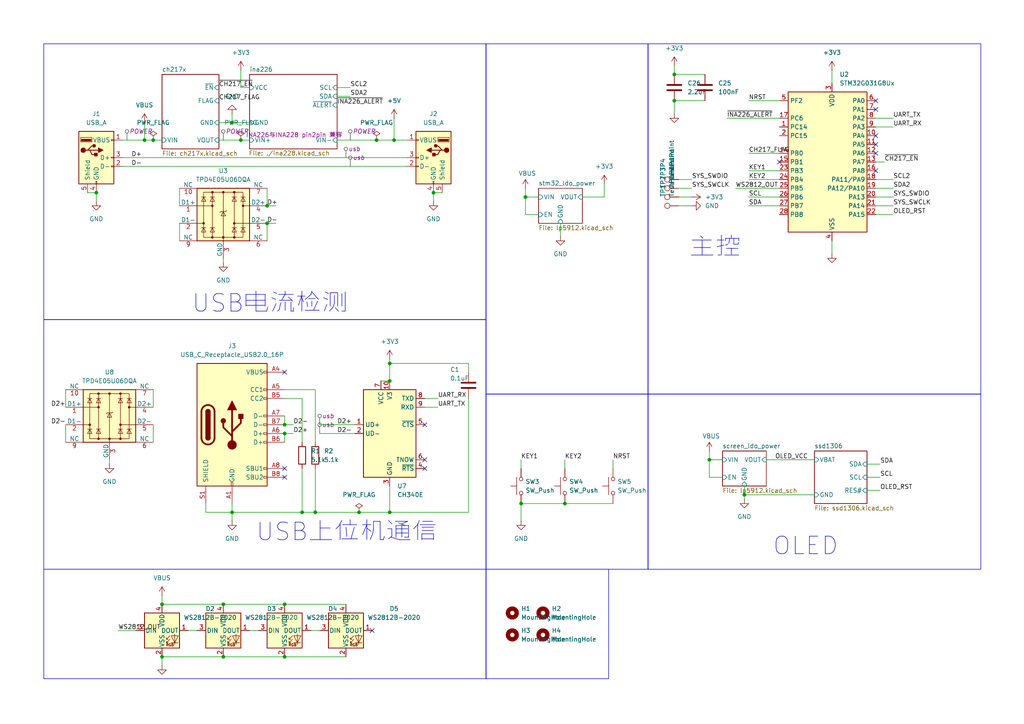
<source format=kicad_sch>
(kicad_sch (version 20231120) (generator "eeschema") (generator_version "8.0")
  (paper "A4")
  (lib_symbols
    (symbol "Connector:TestPoint" (pin_numbers hide) (pin_names (offset 0.762) hide)
      (property "Reference" "TP" (at 0 6.858 0))
      (property "Value" "TestPoint" (at 0 5.08 0))
      (symbol "TestPoint_0_1"
        (circle (center 0 3.302) (radius 0.762))
      )
      (symbol "TestPoint_1_1"
        (pin passive line (at 0 0 90) (length 2.54) (name "1") (number "1"))
      )
    )
    (symbol "Connector:USB_A" (pin_names (offset 1.016))
      (property "Reference" "J" (at -5.08 11.43 0))
      (property "Value" "USB_A" (at -5.08 8.89 0))
      (symbol "USB_A_0_1"
        (rectangle (start -5.08 -7.62) (end 5.08 7.62) (stroke (width 0.254)) (fill (type background)))
        (circle (center -3.81 2.159) (radius 0.635) (stroke (width 0.254)) (fill (type outline)))
        (rectangle (start -1.524 4.826) (end -4.318 5.334) (fill (type outline)))
        (rectangle (start -1.27 4.572) (end -4.572 5.842))
        (circle (center -0.635 3.429) (radius 0.381) (stroke (width 0.254)) (fill (type outline)))
        (rectangle (start -0.127 -7.62) (end 0.127 -6.858))
        (polyline (pts (xy -3.175 2.159) (xy -2.54 2.159) (xy -1.27 3.429) (xy -0.635 3.429)) (stroke (width 0.254)))
        (polyline (pts (xy -2.54 2.159) (xy -1.905 2.159) (xy -1.27 0.889) (xy 0 0.889)) (stroke (width 0.254)))
        (polyline (pts (xy 0.635 2.794) (xy 0.635 1.524) (xy 1.905 2.159) (xy 0.635 2.794)) (stroke (width 0.254)) (fill (type outline)))
        (rectangle (start 0.254 1.27) (end -0.508 0.508) (stroke (width 0.254)) (fill (type outline)))
        (rectangle (start 5.08 -2.667) (end 4.318 -2.413))
        (rectangle (start 5.08 -0.127) (end 4.318 0.127))
        (rectangle (start 5.08 4.953) (end 4.318 5.207))
      )
      (symbol "USB_A_1_1"
        (polyline (pts (xy -1.905 2.159) (xy 0.635 2.159)) (stroke (width 0.254)))
        (pin power_in line (at 7.62 5.08 180) (length 2.54) (name "VBUS") (number "1"))
        (pin bidirectional line (at 7.62 -2.54 180) (length 2.54) (name "D-") (number "2"))
        (pin bidirectional line (at 7.62 0 180) (length 2.54) (name "D+") (number "3"))
        (pin power_in line (at 0 -10.16 90) (length 2.54) (name "GND") (number "4"))
        (pin passive line (at -2.54 -10.16 90) (length 2.54) (name "Shield") (number "5"))
      )
    )
    (symbol "Connector:USB_C_Receptacle_USB2.0_16P" (pin_names (offset 1.016))
      (property "Reference" "J" (at 0 22.225 0))
      (property "Value" "USB_C_Receptacle_USB2.0_16P" (at 0 19.685 0))
      (symbol "USB_C_Receptacle_USB2.0_16P_0_0"
        (rectangle (start -0.254 -17.78) (end 0.254 -16.764))
        (rectangle (start 10.16 -14.986) (end 9.144 -15.494))
        (rectangle (start 10.16 -12.446) (end 9.144 -12.954))
        (rectangle (start 10.16 -4.826) (end 9.144 -5.334))
        (rectangle (start 10.16 -2.286) (end 9.144 -2.794))
        (rectangle (start 10.16 0.254) (end 9.144 -0.254))
        (rectangle (start 10.16 2.794) (end 9.144 2.286))
        (rectangle (start 10.16 7.874) (end 9.144 7.366))
        (rectangle (start 10.16 10.414) (end 9.144 9.906))
        (rectangle (start 10.16 15.494) (end 9.144 14.986))
      )
      (symbol "USB_C_Receptacle_USB2.0_16P_0_1"
        (rectangle (start -10.16 17.78) (end 10.16 -17.78) (stroke (width 0.254)) (fill (type background)))
        (arc (start -8.89 -3.81) (mid -6.985 -5.7067) (end -5.08 -3.81) (stroke (width 0.508)))
        (arc (start -7.62 -3.81) (mid -6.985 -4.4423) (end -6.35 -3.81) (stroke (width 0.254)))
        (arc (start -7.62 -3.81) (mid -6.985 -4.4423) (end -6.35 -3.81) (stroke (width 0.254)) (fill (type outline)))
        (rectangle (start -7.62 -3.81) (end -6.35 3.81) (stroke (width 0.254)) (fill (type outline)))
        (arc (start -6.35 3.81) (mid -6.985 4.4423) (end -7.62 3.81) (stroke (width 0.254)))
        (arc (start -6.35 3.81) (mid -6.985 4.4423) (end -7.62 3.81) (stroke (width 0.254)) (fill (type outline)))
        (arc (start -5.08 3.81) (mid -6.985 5.7067) (end -8.89 3.81) (stroke (width 0.508)))
        (circle (center -2.54 1.143) (radius 0.635) (stroke (width 0.254)) (fill (type outline)))
        (circle (center 0 -5.842) (radius 1.27) (fill (type outline)))
        (polyline (pts (xy -8.89 -3.81) (xy -8.89 3.81)) (stroke (width 0.508)))
        (polyline (pts (xy -5.08 3.81) (xy -5.08 -3.81)) (stroke (width 0.508)))
        (polyline (pts (xy 0 -5.842) (xy 0 4.318)) (stroke (width 0.508)))
        (polyline (pts (xy 0 -3.302) (xy -2.54 -0.762) (xy -2.54 0.508)) (stroke (width 0.508)))
        (polyline (pts (xy 0 -2.032) (xy 2.54 0.508) (xy 2.54 1.778)) (stroke (width 0.508)))
        (polyline (pts (xy -1.27 4.318) (xy 0 6.858) (xy 1.27 4.318) (xy -1.27 4.318)) (stroke (width 0.254)) (fill (type outline)))
        (rectangle (start 1.905 1.778) (end 3.175 3.048) (stroke (width 0.254)) (fill (type outline)))
      )
      (symbol "USB_C_Receptacle_USB2.0_16P_1_1"
        (pin passive line (at 0 -22.86 90) (length 5.08) (name "GND") (number "A1"))
        (pin passive line (at 0 -22.86 90) (length 5.08) hide (name "GND") (number "A12"))
        (pin passive line (at 15.24 15.24 180) (length 5.08) (name "VBUS") (number "A4"))
        (pin bidirectional line (at 15.24 10.16 180) (length 5.08) (name "CC1") (number "A5"))
        (pin bidirectional line (at 15.24 -2.54 180) (length 5.08) (name "D+") (number "A6"))
        (pin bidirectional line (at 15.24 2.54 180) (length 5.08) (name "D-") (number "A7"))
        (pin bidirectional line (at 15.24 -12.7 180) (length 5.08) (name "SBU1") (number "A8"))
        (pin passive line (at 15.24 15.24 180) (length 5.08) hide (name "VBUS") (number "A9"))
        (pin passive line (at 0 -22.86 90) (length 5.08) hide (name "GND") (number "B1"))
        (pin passive line (at 0 -22.86 90) (length 5.08) hide (name "GND") (number "B12"))
        (pin passive line (at 15.24 15.24 180) (length 5.08) hide (name "VBUS") (number "B4"))
        (pin bidirectional line (at 15.24 7.62 180) (length 5.08) (name "CC2") (number "B5"))
        (pin bidirectional line (at 15.24 -5.08 180) (length 5.08) (name "D+") (number "B6"))
        (pin bidirectional line (at 15.24 0 180) (length 5.08) (name "D-") (number "B7"))
        (pin bidirectional line (at 15.24 -15.24 180) (length 5.08) (name "SBU2") (number "B8"))
        (pin passive line (at 15.24 15.24 180) (length 5.08) hide (name "VBUS") (number "B9"))
        (pin passive line (at -7.62 -22.86 90) (length 5.08) (name "SHIELD") (number "S1"))
      )
    )
    (symbol "Device:C" (pin_numbers hide) (pin_names (offset 0.254))
      (property "Reference" "C" (at 0.635 2.54 0))
      (property "Value" "C" (at 0.635 -2.54 0))
      (symbol "C_0_1"
        (polyline (pts (xy -2.032 -0.762) (xy 2.032 -0.762)) (stroke (width 0.508)))
        (polyline (pts (xy -2.032 0.762) (xy 2.032 0.762)) (stroke (width 0.508)))
      )
      (symbol "C_1_1"
        (pin passive line (at 0 3.81 270) (length 2.794) (name "~") (number "1"))
        (pin passive line (at 0 -3.81 90) (length 2.794) (name "~") (number "2"))
      )
    )
    (symbol "Device:R" (pin_numbers hide) (pin_names (offset 0))
      (property "Reference" "R" (at 2.032 0 90))
      (property "Value" "R" (at 0 0 90))
      (symbol "R_0_1"
        (rectangle (start -1.016 -2.54) (end 1.016 2.54) (stroke (width 0.254)))
      )
      (symbol "R_1_1"
        (pin passive line (at 0 3.81 270) (length 1.27) (name "~") (number "1"))
        (pin passive line (at 0 -3.81 90) (length 1.27) (name "~") (number "2"))
      )
    )
    (symbol "Interface_USB:CH340E"
      (property "Reference" "U" (at -5.08 13.97 0))
      (property "Value" "CH340E" (at 1.27 13.97 0))
      (symbol "CH340E_0_1"
        (rectangle (start -7.62 12.7) (end 7.62 -12.7) (stroke (width 0.254)) (fill (type background)))
      )
      (symbol "CH340E_1_1"
        (pin bidirectional line (at -10.16 2.54 0) (length 2.54) (name "UD+") (number "1"))
        (pin power_out line (at 0 15.24 270) (length 2.54) (name "V3") (number "10"))
        (pin bidirectional line (at -10.16 0 0) (length 2.54) (name "UD-") (number "2"))
        (pin power_in line (at 0 -15.24 90) (length 2.54) (name "GND") (number "3"))
        (pin output line (at 10.16 -10.16 180) (length 2.54) (name "~{RTS}") (number "4"))
        (pin input line (at 10.16 2.54 180) (length 2.54) (name "~{CTS}") (number "5"))
        (pin output line (at 10.16 -7.62 180) (length 2.54) (name "TNOW") (number "6"))
        (pin power_in line (at -2.54 15.24 270) (length 2.54) (name "VCC") (number "7"))
        (pin output line (at 10.16 10.16 180) (length 2.54) (name "TXD") (number "8"))
        (pin input line (at 10.16 7.62 180) (length 2.54) (name "RXD") (number "9"))
      )
    )
    (symbol "LED:WS2812B-2020" (pin_names (offset 0.254))
      (property "Reference" "D" (at 5.08 5.715 0))
      (property "Value" "WS2812B-2020" (at 1.27 -5.715 0))
      (symbol "WS2812B-2020_0_0"
        (text "RGB" (at 2.286 -4.191 0) (effects (font (size 0.762 0.762))))
      )
      (symbol "WS2812B-2020_0_1"
        (polyline (pts (xy 1.27 -3.556) (xy 1.778 -3.556)))
        (polyline (pts (xy 1.27 -2.54) (xy 1.778 -2.54)))
        (polyline (pts (xy 4.699 -3.556) (xy 2.667 -3.556)))
        (polyline (pts (xy 2.286 -2.54) (xy 1.27 -3.556) (xy 1.27 -3.048)))
        (polyline (pts (xy 2.286 -1.524) (xy 1.27 -2.54) (xy 1.27 -2.032)))
        (polyline (pts (xy 3.683 -1.016) (xy 3.683 -3.556) (xy 3.683 -4.064)))
        (polyline (pts (xy 4.699 -1.524) (xy 2.667 -1.524) (xy 3.683 -3.556) (xy 4.699 -1.524)))
        (rectangle (start 5.08 5.08) (end -5.08 -5.08) (stroke (width 0.254)) (fill (type background)))
      )
      (symbol "WS2812B-2020_1_1"
        (pin output line (at 7.62 0 180) (length 2.54) (name "DOUT") (number "1"))
        (pin power_in line (at 0 -7.62 90) (length 2.54) (name "VSS") (number "2"))
        (pin input line (at -7.62 0 0) (length 2.54) (name "DIN") (number "3"))
        (pin power_in line (at 0 7.62 270) (length 2.54) (name "VDD") (number "4"))
      )
    )
    (symbol "MCU_ST_STM32G0:STM32G031G8Ux"
      (property "Reference" "U" (at -10.16 21.59 0))
      (property "Value" "STM32G031G8Ux" (at 5.08 21.59 0))
      (symbol "STM32G031G8Ux_0_1"
        (rectangle (start -10.16 -20.32) (end 12.7 20.32) (stroke (width 0.254)) (fill (type background)))
      )
      (symbol "STM32G031G8Ux_1_1"
        (pin bidirectional line (at -12.7 10.16 0) (length 2.54) (name "PC14") (number "1"))
        (pin bidirectional line (at 15.24 7.62 180) (length 2.54) (name "PA4") (number "10"))
        (pin bidirectional line (at 15.24 5.08 180) (length 2.54) (name "PA5") (number "11"))
        (pin bidirectional line (at 15.24 2.54 180) (length 2.54) (name "PA6") (number "12"))
        (pin bidirectional line (at 15.24 0 180) (length 2.54) (name "PA7") (number "13"))
        (pin bidirectional line (at -12.7 2.54 0) (length 2.54) (name "PB0") (number "14"))
        (pin bidirectional line (at -12.7 0 0) (length 2.54) (name "PB1") (number "15"))
        (pin bidirectional line (at 15.24 -2.54 180) (length 2.54) (name "PA8") (number "16"))
        (pin bidirectional line (at -12.7 12.7 0) (length 2.54) (name "PC6") (number "17"))
        (pin bidirectional line (at 15.24 -5.08 180) (length 2.54) (name "PA11/PA9") (number "18"))
        (pin bidirectional line (at 15.24 -7.62 180) (length 2.54) (name "PA12/PA10") (number "19"))
        (pin bidirectional line (at -12.7 7.62 0) (length 2.54) (name "PC15") (number "2"))
        (pin bidirectional line (at 15.24 -10.16 180) (length 2.54) (name "PA13") (number "20"))
        (pin bidirectional line (at 15.24 -12.7 180) (length 2.54) (name "PA14") (number "21"))
        (pin bidirectional line (at 15.24 -15.24 180) (length 2.54) (name "PA15") (number "22"))
        (pin bidirectional line (at -12.7 -2.54 0) (length 2.54) (name "PB3") (number "23"))
        (pin bidirectional line (at -12.7 -5.08 0) (length 2.54) (name "PB4") (number "24"))
        (pin bidirectional line (at -12.7 -7.62 0) (length 2.54) (name "PB5") (number "25"))
        (pin bidirectional line (at -12.7 -10.16 0) (length 2.54) (name "PB6") (number "26"))
        (pin bidirectional line (at -12.7 -12.7 0) (length 2.54) (name "PB7") (number "27"))
        (pin bidirectional line (at -12.7 -15.24 0) (length 2.54) (name "PB8") (number "28"))
        (pin power_in line (at 2.54 22.86 270) (length 2.54) (name "VDD") (number "3"))
        (pin power_in line (at 2.54 -22.86 90) (length 2.54) (name "VSS") (number "4"))
        (pin bidirectional line (at -12.7 17.78 0) (length 2.54) (name "PF2") (number "5"))
        (pin bidirectional line (at 15.24 17.78 180) (length 2.54) (name "PA0") (number "6"))
        (pin bidirectional line (at 15.24 15.24 180) (length 2.54) (name "PA1") (number "7"))
        (pin bidirectional line (at 15.24 12.7 180) (length 2.54) (name "PA2") (number "8"))
        (pin bidirectional line (at 15.24 10.16 180) (length 2.54) (name "PA3") (number "9"))
      )
    )
    (symbol "Mechanical:MountingHole" (pin_names (offset 1.016)) (exclude_from_sim yes) (in_bom no)
      (property "Reference" "H" (at 0 5.08 0))
      (property "Value" "MountingHole" (at 0 3.175 0))
      (symbol "MountingHole_0_1"
        (circle (center 0 0) (radius 1.27) (stroke (width 1.27)))
      )
    )
    (symbol "Power_Protection:TPD4E05U06DQA" (pin_names (offset 0))
      (property "Reference" "U" (at -0.635 8.89 0))
      (property "Value" "TPD4E05U06DQA" (at 1.905 -10.16 0))
      (symbol "TPD4E05U06DQA_0_0"
        (rectangle (start -5.715 6.477) (end 5.715 -6.604))
        (polyline (pts (xy -3.175 -6.604) (xy -3.175 6.477)))
        (polyline (pts (xy 0 6.477) (xy 0 -6.604)))
        (polyline (pts (xy 3.175 6.477) (xy 3.175 -6.604)))
      )
      (symbol "TPD4E05U06DQA_0_1"
        (rectangle (start -7.62 7.62) (end 7.62 -7.62) (stroke (width 0.254)) (fill (type background)))
        (circle (center -5.715 -2.54) (radius 0.2794) (fill (type outline)))
        (circle (center -3.175 -6.604) (radius 0.2794) (fill (type outline)))
        (circle (center -3.175 2.54) (radius 0.2794) (fill (type outline)))
        (circle (center -3.175 6.477) (radius 0.2794) (fill (type outline)))
        (circle (center 0 -6.604) (radius 0.2794) (fill (type outline)))
        (polyline (pts (xy -7.747 2.54) (xy -3.175 2.54)))
        (polyline (pts (xy -7.62 -2.54) (xy -5.715 -2.54)))
        (polyline (pts (xy -5.08 -3.81) (xy -6.35 -3.81)))
        (polyline (pts (xy -5.08 5.08) (xy -6.35 5.08)))
        (polyline (pts (xy -2.54 -3.81) (xy -3.81 -3.81)))
        (polyline (pts (xy -2.54 5.08) (xy -3.81 5.08)))
        (polyline (pts (xy -0.635 0.889) (xy -1.016 0.635)))
        (polyline (pts (xy 0 -6.604) (xy 0 -7.62)))
        (polyline (pts (xy 0.635 0.889) (xy -0.635 0.889)))
        (polyline (pts (xy 0.635 0.889) (xy 1.016 1.143)))
        (polyline (pts (xy 3.81 -3.81) (xy 2.54 -3.81)))
        (polyline (pts (xy 3.81 5.08) (xy 2.54 5.08)))
        (polyline (pts (xy 6.35 -3.81) (xy 5.08 -3.81)))
        (polyline (pts (xy 6.35 5.08) (xy 5.08 5.08)))
        (polyline (pts (xy 7.62 -2.54) (xy 3.175 -2.54)))
        (polyline (pts (xy 7.62 2.54) (xy 5.715 2.54)))
        (polyline (pts (xy -5.08 -5.08) (xy -6.35 -5.08) (xy -5.715 -3.81) (xy -5.08 -5.08)))
        (polyline (pts (xy -5.08 3.81) (xy -6.35 3.81) (xy -5.715 5.08) (xy -5.08 3.81)))
        (polyline (pts (xy -2.54 -5.08) (xy -3.81 -5.08) (xy -3.175 -3.81) (xy -2.54 -5.08)))
        (polyline (pts (xy -2.54 3.81) (xy -3.81 3.81) (xy -3.175 5.08) (xy -2.54 3.81)))
        (polyline (pts (xy 0.635 -0.381) (xy -0.635 -0.381) (xy 0 0.889) (xy 0.635 -0.381)))
        (polyline (pts (xy 3.81 -5.08) (xy 2.54 -5.08) (xy 3.175 -3.81) (xy 3.81 -5.08)))
        (polyline (pts (xy 3.81 3.81) (xy 2.54 3.81) (xy 3.175 5.08) (xy 3.81 3.81)))
        (polyline (pts (xy 6.35 -5.08) (xy 5.08 -5.08) (xy 5.715 -3.81) (xy 6.35 -5.08)))
        (polyline (pts (xy 6.35 3.81) (xy 5.08 3.81) (xy 5.715 5.08) (xy 6.35 3.81)))
        (circle (center 0 6.477) (radius 0.2794) (fill (type outline)))
        (circle (center 3.175 -6.604) (radius 0.2794) (fill (type outline)))
        (circle (center 3.175 -2.54) (radius 0.2794) (fill (type outline)))
        (circle (center 3.175 6.477) (radius 0.2794) (fill (type outline)))
        (circle (center 5.715 2.54) (radius 0.2794) (fill (type outline)))
      )
      (symbol "TPD4E05U06DQA_1_1"
        (pin passive line (at -12.7 2.54 0) (length 5.08) (name "D1+") (number "1"))
        (pin free line (at -12.7 7.62 0) (length 5.08) (name "NC") (number "10"))
        (pin passive line (at -12.7 -2.54 0) (length 5.08) (name "D1-") (number "2"))
        (pin power_in line (at 0 -12.7 90) (length 5.08) (name "GND") (number "3"))
        (pin passive line (at 12.7 2.54 180) (length 5.08) (name "D2+") (number "4"))
        (pin passive line (at 12.7 -2.54 180) (length 5.08) (name "D2-") (number "5"))
        (pin free line (at 12.7 -7.62 180) (length 5.08) (name "NC") (number "6"))
        (pin free line (at 12.7 7.62 180) (length 5.08) (name "NC") (number "7"))
        (pin passive line (at 0 -12.7 90) (length 5.08) hide (name "GND") (number "8"))
        (pin free line (at -12.7 -7.62 0) (length 5.08) (name "NC") (number "9"))
      )
    )
    (symbol "Switch:SW_Push" (pin_numbers hide) (pin_names (offset 1.016) hide)
      (property "Reference" "SW" (at 1.27 2.54 0))
      (property "Value" "SW_Push" (at 0 -1.524 0))
      (symbol "SW_Push_0_1"
        (circle (center -2.032 0) (radius 0.508))
        (polyline (pts (xy 0 1.27) (xy 0 3.048)))
        (polyline (pts (xy 2.54 1.27) (xy -2.54 1.27)))
        (circle (center 2.032 0) (radius 0.508))
        (pin passive line (at -5.08 0 0) (length 2.54) (name "1") (number "1"))
        (pin passive line (at 5.08 0 180) (length 2.54) (name "2") (number "2"))
      )
    )
    (symbol "USB_A_1" (pin_names (offset 1.016))
      (property "Reference" "J" (at -5.08 11.43 0))
      (property "Value" "USB_A" (at -5.08 8.89 0))
      (symbol "USB_A_1_0_1"
        (rectangle (start -5.08 -7.62) (end 5.08 7.62) (stroke (width 0.254)) (fill (type background)))
        (circle (center -3.81 2.159) (radius 0.635) (stroke (width 0.254)) (fill (type outline)))
        (rectangle (start -1.524 4.826) (end -4.318 5.334) (fill (type outline)))
        (rectangle (start -1.27 4.572) (end -4.572 5.842))
        (circle (center -0.635 3.429) (radius 0.381) (stroke (width 0.254)) (fill (type outline)))
        (rectangle (start -0.127 -7.62) (end 0.127 -6.858))
        (polyline (pts (xy -3.175 2.159) (xy -2.54 2.159) (xy -1.27 3.429) (xy -0.635 3.429)) (stroke (width 0.254)))
        (polyline (pts (xy -2.54 2.159) (xy -1.905 2.159) (xy -1.27 0.889) (xy 0 0.889)) (stroke (width 0.254)))
        (polyline (pts (xy 0.635 2.794) (xy 0.635 1.524) (xy 1.905 2.159) (xy 0.635 2.794)) (stroke (width 0.254)) (fill (type outline)))
        (rectangle (start 0.254 1.27) (end -0.508 0.508) (stroke (width 0.254)) (fill (type outline)))
        (rectangle (start 5.08 -2.667) (end 4.318 -2.413))
        (rectangle (start 5.08 -0.127) (end 4.318 0.127))
        (rectangle (start 5.08 4.953) (end 4.318 5.207))
      )
      (symbol "USB_A_1_1_1"
        (polyline (pts (xy -1.905 2.159) (xy 0.635 2.159)) (stroke (width 0.254)))
        (pin power_in line (at 7.62 5.08 180) (length 2.54) (name "VBUS") (number "1"))
        (pin bidirectional line (at 7.62 -2.54 180) (length 2.54) (name "D-") (number "2"))
        (pin bidirectional line (at 7.62 0 180) (length 2.54) (name "D+") (number "3"))
        (pin power_in line (at 0 -10.16 90) (length 2.54) (name "GND") (number "4"))
        (pin passive line (at -2.54 -10.16 90) (length 2.54) (name "Shield") (number "5"))
      )
    )
    (symbol "power:+3V3" (power) (pin_numbers hide) (pin_names (offset 0) hide)
      (property "Value" "+3V3" (at 0 3.556 0))
      (symbol "+3V3_0_1"
        (polyline (pts (xy -0.762 1.27) (xy 0 2.54)))
        (polyline (pts (xy 0 0) (xy 0 2.54)))
        (polyline (pts (xy 0 2.54) (xy 0.762 1.27)))
      )
      (symbol "+3V3_1_1"
        (pin power_in line (at 0 0 90) (length 0) (name "~") (number "1"))
      )
    )
    (symbol "power:+5V" (power) (pin_numbers hide) (pin_names (offset 0) hide)
      (property "Value" "+5V" (at 0 3.556 0))
      (symbol "+5V_0_1"
        (polyline (pts (xy -0.762 1.27) (xy 0 2.54)))
        (polyline (pts (xy 0 0) (xy 0 2.54)))
        (polyline (pts (xy 0 2.54) (xy 0.762 1.27)))
      )
      (symbol "+5V_1_1"
        (pin power_in line (at 0 0 90) (length 0) (name "~") (number "1"))
      )
    )
    (symbol "power:GND" (power) (pin_numbers hide) (pin_names (offset 0) hide)
      (property "Value" "GND" (at 0 -3.81 0))
      (symbol "GND_0_1"
        (polyline (pts (xy 0 0) (xy 0 -1.27) (xy 1.27 -1.27) (xy 0 -2.54) (xy -1.27 -1.27) (xy 0 -1.27)))
      )
      (symbol "GND_1_1"
        (pin power_in line (at 0 0 270) (length 0) (name "~") (number "1"))
      )
    )
    (symbol "power:PWR_FLAG" (power) (pin_numbers hide) (pin_names (offset 0) hide)
      (property "Value" "PWR_FLAG" (at 0 3.81 0))
      (symbol "PWR_FLAG_0_0"
        (pin power_out line (at 0 0 90) (length 0) (name "~") (number "1"))
      )
      (symbol "PWR_FLAG_0_1"
        (polyline (pts (xy 0 0) (xy 0 1.27) (xy -1.016 1.905) (xy 0 2.54) (xy 1.016 1.905) (xy 0 1.27)))
      )
    )
    (symbol "power:VBUS" (power) (pin_numbers hide) (pin_names (offset 0) hide)
      (property "Value" "VBUS" (at 0 3.556 0))
      (symbol "VBUS_0_1"
        (polyline (pts (xy -0.762 1.27) (xy 0 2.54)))
        (polyline (pts (xy 0 0) (xy 0 2.54)))
        (polyline (pts (xy 0 2.54) (xy 0.762 1.27)))
      )
      (symbol "VBUS_1_1"
        (pin power_in line (at 0 0 90) (length 0) (name "~") (number "1"))
      )
    )
  )
  (junction (at 114.3 40.64))
  (junction (at 113.03 105.41))
  (junction (at 91.44 148.59))
  (junction (at 82.55 190.5))
  (junction (at 77.47 64.77))
  (junction (at 215.9 143.51))
  (junction (at 82.55 123.19))
  (junction (at 82.55 175.26))
  (junction (at 195.58 21.59))
  (junction (at 67.31 148.59))
  (junction (at 64.77 190.5))
  (junction (at 46.99 175.26))
  (junction (at 109.22 40.64))
  (junction (at 87.63 148.59))
  (junction (at 69.85 40.64))
  (junction (at 151.13 146.05))
  (junction (at 64.77 175.26))
  (junction (at 113.03 110.49))
  (junction (at 41.91 40.64))
  (junction (at 67.31 35.56))
  (junction (at 113.03 148.59))
  (junction (at 195.58 29.21))
  (junction (at 27.94 55.88))
  (junction (at 82.55 125.73))
  (junction (at 104.14 148.59))
  (junction (at 163.83 146.05))
  (junction (at 44.45 40.64))
  (junction (at 152.4 57.15))
  (junction (at 46.99 190.5))
  (junction (at 77.47 59.69))
  (junction (at 205.74 133.35))
  (junction (at 125.73 55.88))
  (no_connect (at 107.95 182.88))
  (no_connect (at 254 29.21))
  (no_connect (at 254 44.45))
  (no_connect (at 254 41.91))
  (no_connect (at 82.55 138.43))
  (no_connect (at 82.55 107.95))
  (no_connect (at 123.19 133.35))
  (no_connect (at 254 39.37))
  (no_connect (at 82.55 135.89))
  (no_connect (at 254 49.53))
  (no_connect (at 254 31.75))
  (no_connect (at 226.06 46.99))
  (no_connect (at 123.19 135.89))
  (no_connect (at 123.19 123.19))
  (wire (pts (xy 41.91 35.56) (xy 41.91 40.64)))
  (wire (pts (xy 209.55 138.43) (xy 205.74 138.43)))
  (wire (pts (xy 82.55 120.65) (xy 82.55 123.19)))
  (wire (pts (xy 125.73 58.42) (xy 125.73 55.88)))
  (wire (pts (xy 135.89 115.57) (xy 135.89 148.59)))
  (wire (pts (xy 205.74 133.35) (xy 209.55 133.35)))
  (wire (pts (xy 205.74 138.43) (xy 205.74 133.35)))
  (wire (pts (xy 114.3 34.29) (xy 114.3 40.64)))
  (wire (pts (xy 196.85 59.69) (xy 200.66 59.69)))
  (wire (pts (xy 113.03 148.59) (xy 135.89 148.59)))
  (wire (pts (xy 215.9 143.51) (xy 215.9 144.78)))
  (wire (pts (xy 217.17 59.69) (xy 226.06 59.69)))
  (wire (pts (xy 217.17 44.45) (xy 226.06 44.45)))
  (wire (pts (xy 91.44 113.03) (xy 82.55 113.03)))
  (wire (pts (xy 77.47 54.61) (xy 77.47 59.69)))
  (wire (pts (xy 54.61 182.88) (xy 57.15 182.88)))
  (wire (pts (xy 163.83 133.35) (xy 163.83 135.89)))
  (wire (pts (xy 177.8 133.35) (xy 177.8 135.89)))
  (wire (pts (xy 109.22 40.64) (xy 114.3 40.64)))
  (wire (pts (xy 63.5 40.64) (xy 69.85 40.64)))
  (wire (pts (xy 195.58 21.59) (xy 204.47 21.59)))
  (wire (pts (xy 113.03 140.97) (xy 113.03 148.59)))
  (wire (pts (xy 44.45 123.19) (xy 44.45 128.27)))
  (wire (pts (xy 91.44 135.89) (xy 91.44 148.59)))
  (wire (pts (xy 195.58 29.21) (xy 204.47 29.21)))
  (wire (pts (xy 91.44 148.59) (xy 87.63 148.59)))
  (wire (pts (xy 217.17 49.53) (xy 226.06 49.53)))
  (wire (pts (xy 175.26 53.34) (xy 175.26 57.15)))
  (wire (pts (xy 69.85 20.32) (xy 69.85 25.4)))
  (wire (pts (xy 72.39 182.88) (xy 74.93 182.88)))
  (wire (pts (xy 241.3 20.32) (xy 241.3 24.13)))
  (wire (pts (xy 82.55 115.57) (xy 87.63 115.57)))
  (wire (pts (xy 19.05 123.19) (xy 19.05 128.27)))
  (wire (pts (xy 82.55 190.5) (xy 100.33 190.5)))
  (wire (pts (xy 196.85 52.07) (xy 200.66 52.07)))
  (wire (pts (xy 35.56 48.26) (xy 118.11 48.26)))
  (wire (pts (xy 163.83 146.05) (xy 177.8 146.05)))
  (wire (pts (xy 254 54.61) (xy 259.08 54.61)))
  (wire (pts (xy 87.63 135.89) (xy 87.63 148.59)))
  (wire (pts (xy 97.79 40.64) (xy 109.22 40.64)))
  (wire (pts (xy 35.56 45.72) (xy 118.11 45.72)))
  (wire (pts (xy 90.17 182.88) (xy 92.71 182.88)))
  (wire (pts (xy 87.63 148.59) (xy 67.31 148.59)))
  (wire (pts (xy 67.31 148.59) (xy 67.31 151.13)))
  (wire (pts (xy 27.94 58.42) (xy 27.94 55.88)))
  (wire (pts (xy 64.77 175.26) (xy 82.55 175.26)))
  (wire (pts (xy 77.47 59.69) (xy 80.01 59.69)))
  (wire (pts (xy 152.4 62.23) (xy 152.4 57.15)))
  (wire (pts (xy 113.03 148.59) (xy 104.14 148.59)))
  (wire (pts (xy 46.99 190.5) (xy 64.77 190.5)))
  (wire (pts (xy 46.99 172.72) (xy 46.99 175.26)))
  (wire (pts (xy 44.45 113.03) (xy 44.45 118.11)))
  (wire (pts (xy 217.17 52.07) (xy 226.06 52.07)))
  (wire (pts (xy 217.17 57.15) (xy 226.06 57.15)))
  (wire (pts (xy 113.03 105.41) (xy 135.89 105.41)))
  (wire (pts (xy 251.46 142.24) (xy 255.27 142.24)))
  (wire (pts (xy 254 52.07) (xy 259.08 52.07)))
  (wire (pts (xy 46.99 175.26) (xy 64.77 175.26)))
  (wire (pts (xy 59.69 148.59) (xy 67.31 148.59)))
  (wire (pts (xy 52.07 54.61) (xy 52.07 59.69)))
  (wire (pts (xy 64.77 74.93) (xy 64.77 76.2)))
  (wire (pts (xy 195.58 33.02) (xy 195.58 29.21)))
  (wire (pts (xy 92.71 125.73) (xy 102.87 125.73)))
  (wire (pts (xy 162.56 64.77) (xy 162.56 68.58)))
  (wire (pts (xy 77.47 64.77) (xy 80.01 64.77)))
  (wire (pts (xy 254 34.29) (xy 259.08 34.29)))
  (wire (pts (xy 77.47 64.77) (xy 77.47 69.85)))
  (wire (pts (xy 196.85 54.61) (xy 200.66 54.61)))
  (wire (pts (xy 135.89 107.95) (xy 135.89 105.41)))
  (wire (pts (xy 87.63 115.57) (xy 87.63 128.27)))
  (wire (pts (xy 156.21 62.23) (xy 152.4 62.23)))
  (wire (pts (xy 259.08 57.15) (xy 254 57.15)))
  (wire (pts (xy 82.55 125.73) (xy 85.09 125.73)))
  (wire (pts (xy 44.45 40.64) (xy 46.99 40.64)))
  (wire (pts (xy 210.82 34.29) (xy 226.06 34.29)))
  (wire (pts (xy 41.91 40.64) (xy 35.56 40.64)))
  (wire (pts (xy 251.46 134.62) (xy 255.27 134.62)))
  (wire (pts (xy 195.58 19.05) (xy 195.58 21.59)))
  (wire (pts (xy 259.08 62.23) (xy 254 62.23)))
  (wire (pts (xy 82.55 175.26) (xy 100.33 175.26)))
  (wire (pts (xy 67.31 146.05) (xy 67.31 148.59)))
  (wire (pts (xy 215.9 143.51) (xy 236.22 143.51)))
  (wire (pts (xy 254 46.99) (xy 256.54 46.99)))
  (wire (pts (xy 34.29 182.88) (xy 39.37 182.88)))
  (wire (pts (xy 63.5 35.56) (xy 67.31 35.56)))
  (wire (pts (xy 152.4 57.15) (xy 156.21 57.15)))
  (wire (pts (xy 175.26 57.15) (xy 168.91 57.15)))
  (wire (pts (xy 69.85 40.64) (xy 72.39 40.64)))
  (wire (pts (xy 205.74 130.81) (xy 205.74 133.35)))
  (wire (pts (xy 97.79 25.4) (xy 101.6 25.4)))
  (wire (pts (xy 222.25 133.35) (xy 236.22 133.35)))
  (wire (pts (xy 97.79 27.94) (xy 101.6 27.94)))
  (wire (pts (xy 41.91 40.64) (xy 44.45 40.64)))
  (wire (pts (xy 251.46 138.43) (xy 255.27 138.43)))
  (wire (pts (xy 196.85 57.15) (xy 200.66 57.15)))
  (wire (pts (xy 27.94 55.88) (xy 25.4 55.88)))
  (wire (pts (xy 92.71 123.19) (xy 102.87 123.19)))
  (wire (pts (xy 123.19 118.11) (xy 127 118.11)))
  (wire (pts (xy 67.31 35.56) (xy 72.39 35.56)))
  (wire (pts (xy 125.73 55.88) (xy 128.27 55.88)))
  (wire (pts (xy 215.9 140.97) (xy 215.9 143.51)))
  (wire (pts (xy 151.13 133.35) (xy 151.13 135.89)))
  (wire (pts (xy 67.31 33.02) (xy 67.31 35.56)))
  (wire (pts (xy 91.44 128.27) (xy 91.44 113.03)))
  (wire (pts (xy 82.55 123.19) (xy 85.09 123.19)))
  (wire (pts (xy 64.77 190.5) (xy 82.55 190.5)))
  (wire (pts (xy 259.08 59.69) (xy 254 59.69)))
  (wire (pts (xy 217.17 29.21) (xy 226.06 29.21)))
  (wire (pts (xy 82.55 128.27) (xy 82.55 125.73)))
  (wire (pts (xy 123.19 115.57) (xy 127 115.57)))
  (wire (pts (xy 152.4 54.61) (xy 152.4 57.15)))
  (wire (pts (xy 113.03 104.14) (xy 113.03 105.41)))
  (wire (pts (xy 69.85 25.4) (xy 72.39 25.4)))
  (wire (pts (xy 52.07 64.77) (xy 52.07 69.85)))
  (wire (pts (xy 254 36.83) (xy 259.08 36.83)))
  (wire (pts (xy 31.75 133.35) (xy 31.75 134.62)))
  (wire (pts (xy 19.05 113.03) (xy 19.05 118.11)))
  (wire (pts (xy 46.99 193.04) (xy 46.99 190.5)))
  (wire (pts (xy 104.14 148.59) (xy 91.44 148.59)))
  (wire (pts (xy 113.03 105.41) (xy 113.03 110.49)))
  (wire (pts (xy 213.36 54.61) (xy 226.06 54.61)))
  (wire (pts (xy 59.69 146.05) (xy 59.69 148.59)))
  (wire (pts (xy 241.3 69.85) (xy 241.3 73.66)))
  (wire (pts (xy 151.13 151.13) (xy 151.13 146.05)))
  (wire (pts (xy 163.83 146.05) (xy 151.13 146.05)))
  (wire (pts (xy 114.3 40.64) (xy 118.11 40.64)))
  (wire (pts (xy 113.03 110.49) (xy 110.49 110.49)))
  (rectangle (start 12.7 92.71) (end 140.97 165.1))
  (rectangle (start 12.7 12.7) (end 140.97 92.71))
  (rectangle (start 12.7 165.1) (end 140.97 196.85))
  (rectangle (start 140.97 12.7) (end 187.96 114.3))
  (rectangle (start 140.97 114.3) (end 187.96 165.1))
  (rectangle (start 187.96 12.7) (end 284.48 114.3))
  (rectangle (start 187.96 114.3) (end 284.48 165.1))
  (rectangle (start 140.97 165.1) (end 176.53 196.85))
  (text "USB上位机通信" (at 100.584 154.432 0) (effects (font (size 5.08 5.08))))
  (text "OLED" (at 233.68 158.496 0) (effects (font (size 5.08 5.08))))
  (text "主控" (at 207.518 71.882 0) (effects (font (size 5.08 5.08))))
  (text "USB电流检测" (at 78.232 88.138 0) (effects (font (size 5.08 5.08))))
  (label "~{INA226_ALERT}" (at 97.79 30.48 0))
  (label "CH217_FLAG" (at 63.5 29.21 0))
  (label "KEY2" (at 217.17 52.07 0))
  (label "WS2812_OUT" (at 213.36 54.61 0))
  (label "SCL" (at 255.27 138.43 0))
  (label "SDA2" (at 101.6 27.94 0))
  (label "SYS_SWDIO" (at 259.08 57.15 0))
  (label "KEY1" (at 151.13 133.35 0))
  (label "D2-" (at 19.05 123.19 180))
  (label "SYS_SWDIO" (at 200.66 52.07 0))
  (label "D2-" (at 85.09 123.19 0))
  (label "~{CH217_EN}" (at 256.54 46.99 0))
  (label "D+" (at 77.47 59.69 0))
  (label "~{CH217_EN}" (at 63.5 25.4 0))
  (label "SYS_SWCLK" (at 200.66 54.61 0))
  (label "UART_RX" (at 127 115.57 0))
  (label "SCL" (at 217.17 57.15 0))
  (label "~{INA226_ALERT}" (at 210.82 34.29 0))
  (label "SCL2" (at 101.6 25.4 0))
  (label "SDA2" (at 259.08 54.61 0))
  (label "D+" (at 38.1 45.72 0))
  (label "SCL2" (at 259.08 52.07 0))
  (label "NRST" (at 177.8 133.35 0))
  (label "SDA" (at 217.17 59.69 0))
  (label "SDA" (at 255.27 134.62 0))
  (label "D2+" (at 97.79 123.19 0))
  (label "UART_TX" (at 127 118.11 0))
  (label "D2+" (at 19.05 118.11 180))
  (label "WS2812_OUT" (at 34.29 182.88 0))
  (label "OLED_RST" (at 259.08 62.23 0))
  (label "CH217_FLAG" (at 217.17 44.45 0))
  (label "KEY1" (at 217.17 49.53 0))
  (label "KEY2" (at 163.83 133.35 0))
  (label "OLED_VCC" (at 224.79 133.35 0))
  (label "OLED_RST" (at 255.27 142.24 0))
  (label "UART_RX" (at 259.08 36.83 0))
  (label "D2+" (at 85.09 125.73 0))
  (label "SYS_SWCLK" (at 259.08 59.69 0))
  (label "D-" (at 77.47 64.77 0))
  (label "NRST" (at 217.17 29.21 0))
  (label "D2-" (at 97.79 125.73 0))
  (label "D-" (at 38.1 48.26 0))
  (label "UART_TX" (at 259.08 34.29 0))
  (netclass_flag "" (length 2.54) (shape round) (at 101.6 48.26 0) (property "Netclass" "usb" (at 102.2985 45.72 0) (effects (font (italic yes)) (justify left))))
  (netclass_flag "" (length 2.54) (shape round) (at 64.77 40.64 0) (property "Netclass" "POWER" (at 65.4685 38.1 0) (effects (font (italic yes)) (justify left))))
  (netclass_flag "" (length 2.54) (shape round) (at 101.6 40.64 0) (property "Netclass" "POWER" (at 102.2985 38.1 0) (effects (font (italic yes)) (justify left))))
  (netclass_flag "" (length 2.54) (shape round) (at 92.71 125.73 0) (property "Netclass" "usb" (at 93.4085 123.19 0) (effects (font (italic yes)) (justify left))))
  (netclass_flag "" (length 2.54) (shape round) (at 36.83 40.64 0) (property "Netclass" "POWER" (at 37.5285 38.1 0) (effects (font (italic yes)) (justify left))))
  (netclass_flag "" (length 2.54) (shape round) (at 92.71 123.19 0) (property "Netclass" "usb" (at 93.4085 120.65 0) (effects (font (italic yes)) (justify left))))
  (netclass_flag "" (length 2.54) (shape round) (at 100.33 45.72 0) (property "Netclass" "usb" (at 101.0285 43.18 0) (effects (font (italic yes)) (justify left))))
  (symbol (lib_id "Connector:TestPoint") (at 196.85 52.07 90) (unit 1)
    (property "Reference" "TP4" (at 192.2779 49.53 0) (effects (justify left)))
    (property "Value" "TestPoint" (at 194.8179 49.53 0) (effects (justify left)))
    (property "Footprint" "TestPoint:TestPoint_Pad_D1.0mm" (effects (hide yes)))
    (property "Description" "test point" (effects (hide yes)))
  )
  (symbol (lib_id "power:+3V3") (at 113.03 104.14 0) (unit 1)
    (property "Reference" "#PWR012" (effects (hide yes)))
    (property "Value" "+3V3" (at 113.03 99.06 0))
    (property "Description" "Power symbol creates a global label with name \"+3V3\"" (effects (hide yes)))
  )
  (symbol (lib_id "power:+3V3") (at 69.85 20.32 0) (unit 1)
    (property "Reference" "#PWR032" (effects (hide yes)))
    (property "Value" "+3V3" (at 69.85 15.24 0))
    (property "Description" "Power symbol creates a global label with name \"+3V3\"" (effects (hide yes)))
  )
  (symbol (lib_id "power:PWR_FLAG") (at 104.14 148.59 0) (unit 1)
    (property "Reference" "#FLG03" (effects (hide yes)))
    (property "Value" "PWR_FLAG" (at 104.14 143.51 0))
    (property "Description" "Special symbol for telling ERC where power comes from" (effects (hide yes)))
  )
  (symbol (lib_id "power:GND") (at 162.56 68.58 0) (unit 1)
    (property "Reference" "#PWR07" (effects (hide yes)))
    (property "Value" "GND" (at 162.56 73.66 0))
    (property "Description" "Power symbol creates a global label with name \"GND\" , ground" (effects (hide yes)))
  )
  (symbol (lib_id "power:GND") (at 151.13 151.13 0) (unit 1)
    (property "Reference" "#PWR027" (effects (hide yes)))
    (property "Value" "GND" (at 151.13 156.21 0))
    (property "Description" "Power symbol creates a global label with name \"GND\" , ground" (effects (hide yes)))
  )
  (symbol (lib_id "power:PWR_FLAG") (at 44.45 40.64 0) (unit 1)
    (property "Reference" "#FLG07" (effects (hide yes)))
    (property "Value" "PWR_FLAG" (at 44.45 35.56 0))
    (property "Description" "Special symbol for telling ERC where power comes from" (effects (hide yes)))
  )
  (symbol (lib_id "power:+5V") (at 152.4 54.61 0) (unit 1)
    (property "Reference" "#PWR06" (effects (hide yes)))
    (property "Value" "VBUS" (at 150.368 50.292 0) (effects (justify left)))
    (property "Description" "Power symbol creates a global label with name \"+5V\"" (effects (hide yes)))
  )
  (symbol (lib_id "power:GND") (at 195.58 33.02 0) (unit 1)
    (property "Reference" "#PWR028" (effects (hide yes)))
    (property "Value" "GND" (effects (hide yes)))
    (property "Description" "Power symbol creates a global label with name \"GND\" , ground" (effects (hide yes)))
  )
  (symbol (lib_id "power:GND") (at 241.3 73.66 0) (unit 1)
    (property "Reference" "#PWR011" (effects (hide yes)))
    (property "Value" "GND" (effects (hide yes)))
    (property "Description" "Power symbol creates a global label with name \"GND\" , ground" (effects (hide yes)))
  )
  (symbol (lib_id "power:+3V3") (at 195.58 19.05 0) (unit 1)
    (property "Reference" "#PWR029" (effects (hide yes)))
    (property "Value" "+3V3" (at 195.58 13.97 0))
    (property "Description" "Power symbol creates a global label with name \"+3V3\"" (effects (hide yes)))
  )
  (symbol (lib_id "power:GND") (at 46.99 193.04 0) (unit 1)
    (property "Reference" "#PWR030" (effects (hide yes)))
    (property "Value" "GND" (effects (hide yes)))
    (property "Description" "Power symbol creates a global label with name \"GND\" , ground" (effects (hide yes)))
  )
  (symbol (lib_id "Device:R") (at 87.63 132.08 0) (unit 1)
    (property "Reference" "R1" (at 90.17 130.8099 0) (effects (justify left)))
    (property "Value" "5.1k" (at 90.17 133.3499 0) (effects (justify left)))
    (property "Footprint" "Resistor_SMD:R_0402_1005Metric" (effects (hide yes)))
    (property "Description" "Resistor" (effects (hide yes)))
  )
  (symbol (lib_id "Interface_USB:CH340E") (at 113.03 125.73 0) (unit 1)
    (property "Reference" "U7" (at 115.2241 140.97 0) (effects (justify left)))
    (property "Value" "CH340E" (at 115.2241 143.51 0) (effects (justify left)))
    (property "Footprint" "Package_SO:MSOP-10_3x3mm_P0.5mm" (effects (hide yes)))
    (property "Datasheet" "https://www.mpja.com/download/35227cpdata.pdf" (effects (hide yes)))
    (property "Description" "USB serial converter, UART, MSOP-10" (effects (hide yes)))
  )
  (symbol (lib_id "Mechanical:MountingHole") (at 148.59 177.8 0) (unit 1) (exclude_from_sim yes) (in_bom no)
    (property "Reference" "H1" (at 151.13 176.5299 0) (effects (justify left)))
    (property "Value" "MountingHole" (at 151.13 179.0699 0) (effects (justify left)))
    (property "Footprint" "my_connector:mountinghold_nopad_m1.4" (effects (hide yes)))
    (property "Description" "Mounting Hole without connection" (effects (hide yes)))
  )
  (symbol (lib_id "Connector:USB_A") (at 125.73 45.72 0) (mirror y) (unit 1)
    (property "Reference" "J2" (at 125.73 33.02 0))
    (property "Value" "USB_A" (at 125.73 35.56 0))
    (property "Footprint" "my_connector:C2763021" (effects (hide yes)))
    (property "Datasheet" " ~" (effects (hide yes)))
    (property "Description" "USB Type A connector" (effects (hide yes)))
  )
  (symbol (lib_id "MCU_ST_STM32G0:STM32G031G8Ux") (at 238.76 46.99 0) (unit 1)
    (property "Reference" "U2" (at 243.4941 21.59 0) (effects (justify left)))
    (property "Value" "STM32G031G8Ux" (at 243.4941 24.13 0) (effects (justify left)))
    (property "Footprint" "Package_DFN_QFN:QFN-28_4x4mm_P0.5mm" (effects (hide yes)))
    (property "Datasheet" "https://www.st.com/resource/en/datasheet/stm32g031g8.pdf" (effects (hide yes)))
    (property "Description" "STMicroelectronics Arm Cortex-M0+ MCU, 64KB flash, 8KB RAM, 64 MHz, 1.7-3.6V, 26 GPIO, UFQFPN28" (effects (hide yes)))
  )
  (symbol (lib_id "Connector:TestPoint") (at 196.85 59.69 90) (unit 1)
    (property "Reference" "TP1" (at 192.2779 57.15 0) (effects (justify left)))
    (property "Value" "TestPoint" (at 194.8179 57.15 0) (effects (justify left)))
    (property "Footprint" "TestPoint:TestPoint_Pad_D1.0mm" (effects (hide yes)))
    (property "Description" "test point" (effects (hide yes)))
  )
  (symbol (lib_id "LED:WS2812B-2020") (at 64.77 182.88 0) (unit 1)
    (property "Reference" "D3" (at 78.74 176.5614 0))
    (property "Value" "WS2812B-2020" (at 78.74 179.1014 0))
    (property "Footprint" "my_footprint:ws2812-1010" (effects (hide yes)))
    (property "Datasheet" "https://cdn-shop.adafruit.com/product-files/4684/4684_WS2812B-2020_V1.3_EN.pdf" (effects (hide yes)))
    (property "Description" "RGB LED with integrated controller, 2.0 x 2.0 mm, 12 mA" (effects (hide yes)))
  )
  (symbol (lib_id "Mechanical:MountingHole") (at 157.48 177.8 0) (unit 1) (exclude_from_sim yes) (in_bom no)
    (property "Reference" "H2" (at 160.02 176.5299 0) (effects (justify left)))
    (property "Value" "MountingHole" (at 160.02 179.0699 0) (effects (justify left)))
    (property "Footprint" "my_connector:mountinghold_nopad_m1.4" (effects (hide yes)))
    (property "Description" "Mounting Hole without connection" (effects (hide yes)))
  )
  (symbol (lib_id "power:PWR_FLAG") (at 69.85 40.64 0) (unit 1)
    (property "Reference" "#FLG08" (effects (hide yes)))
    (property "Value" "PWR_FLAG" (at 69.85 35.56 0))
    (property "Description" "Special symbol for telling ERC where power comes from" (effects (hide yes)))
  )
  (symbol (lib_name "USB_A_1") (lib_id "Connector:USB_A") (at 27.94 45.72 0) (unit 1)
    (property "Reference" "J1" (at 27.94 33.02 0))
    (property "Value" "USB_A" (at 27.94 35.56 0))
    (property "Footprint" "Connector_USB:USB_A_CNCTech_1001-011-01101_Horizontal" (effects (hide yes)))
    (property "Datasheet" " ~" (effects (hide yes)))
    (property "Description" "USB Type A connector" (effects (hide yes)))
  )
  (symbol (lib_id "Connector:TestPoint") (at 196.85 57.15 90) (unit 1)
    (property "Reference" "TP2" (at 192.2779 54.61 0) (effects (justify left)))
    (property "Value" "TestPoint" (at 194.8179 54.61 0) (effects (justify left)))
    (property "Footprint" "TestPoint:TestPoint_Pad_D1.0mm" (effects (hide yes)))
    (property "Description" "test point" (effects (hide yes)))
  )
  (symbol (lib_id "power:+3V3") (at 175.26 53.34 0) (unit 1)
    (property "Reference" "#PWR05" (effects (hide yes)))
    (property "Value" "+3V3" (at 175.26 48.26 0))
    (property "Description" "Power symbol creates a global label with name \"+3V3\"" (effects (hide yes)))
  )
  (symbol (lib_id "power:GND") (at 64.77 76.2 0) (unit 1)
    (property "Reference" "#PWR010" (effects (hide yes)))
    (property "Value" "GND" (at 64.77 81.28 0))
    (property "Description" "Power symbol creates a global label with name \"GND\" , ground" (effects (hide yes)))
  )
  (symbol (lib_id "LED:WS2812B-2020") (at 46.99 182.88 0) (unit 1)
    (property "Reference" "D2" (at 60.96 176.5614 0))
    (property "Value" "WS2812B-2020" (at 60.96 179.1014 0))
    (property "Footprint" "my_footprint:ws2812-1010" (effects (hide yes)))
    (property "Datasheet" "https://cdn-shop.adafruit.com/product-files/4684/4684_WS2812B-2020_V1.3_EN.pdf" (effects (hide yes)))
    (property "Description" "RGB LED with integrated controller, 2.0 x 2.0 mm, 12 mA" (effects (hide yes)))
  )
  (symbol (lib_id "power:GND") (at 125.73 58.42 0) (unit 1)
    (property "Reference" "#PWR09" (effects (hide yes)))
    (property "Value" "GND" (at 125.73 63.5 0))
    (property "Description" "Power symbol creates a global label with name \"GND\" , ground" (effects (hide yes)))
  )
  (symbol (lib_id "power:PWR_FLAG") (at 109.22 40.64 0) (unit 1)
    (property "Reference" "#FLG02" (effects (hide yes)))
    (property "Value" "PWR_FLAG" (at 109.22 35.56 0))
    (property "Description" "Special symbol for telling ERC where power comes from" (effects (hide yes)))
  )
  (symbol (lib_id "Switch:SW_Push") (at 163.83 140.97 90) (unit 1)
    (property "Reference" "SW4" (at 165.1 139.6999 90) (effects (justify right)))
    (property "Value" "SW_Push" (at 165.1 142.2399 90) (effects (justify right)))
    (property "Footprint" "my_footprint:KEY-SMD_4P-L4.2-W3.4-P2.15-LS4.5-TL" (effects (hide yes)))
    (property "Description" "Push button switch, generic, two pins" (effects (hide yes)))
  )
  (symbol (lib_id "Switch:SW_Push") (at 151.13 140.97 90) (unit 1)
    (property "Reference" "SW3" (at 152.4 139.6999 90) (effects (justify right)))
    (property "Value" "SW_Push" (at 152.4 142.2399 90) (effects (justify right)))
    (property "Footprint" "my_footprint:KEY-SMD_4P-L4.2-W3.4-P2.15-LS4.5-TL" (effects (hide yes)))
    (property "Description" "Push button switch, generic, two pins" (effects (hide yes)))
  )
  (symbol (lib_id "Power_Protection:TPD4E05U06DQA") (at 31.75 120.65 0) (unit 1)
    (property "Reference" "U8" (at 31.75 107.95 0))
    (property "Value" "TPD4E05U06DQA" (at 31.75 110.49 0))
    (property "Footprint" "Package_SON:USON-10_2.5x1.0mm_P0.5mm" (effects (hide yes)))
    (property "Datasheet" "https://www.ti.com/lit/ds/symlink/tpd4e05u06.pdf" (effects (hide yes)))
    (property "Description" "4-Channel ESD Protection for Super-Speed USB 3.0 Interface, USON-10" (effects (hide yes)))
  )
  (symbol (lib_id "power:VBUS") (at 41.91 35.56 0) (unit 1)
    (property "Reference" "#PWR04" (effects (hide yes)))
    (property "Value" "VBUS" (at 41.91 30.48 0))
    (property "Description" "Power symbol creates a global label with name \"VBUS\"" (effects (hide yes)))
  )
  (symbol (lib_id "power:GND") (at 200.66 59.69 90) (unit 1)
    (property "Reference" "#PWR023" (effects (hide yes)))
    (property "Value" "GND" (at 204.47 59.6899 90) (effects (justify right)))
    (property "Description" "Power symbol creates a global label with name \"GND\" , ground" (effects (hide yes)))
  )
  (symbol (lib_id "Device:C") (at 195.58 25.4 0) (unit 1)
    (property "Reference" "C26" (at 199.39 24.1299 0) (effects (justify left)))
    (property "Value" "2.2uF" (at 199.39 26.6699 0) (effects (justify left)))
    (property "Footprint" "Capacitor_SMD:C_0402_1005Metric" (effects (hide yes)))
    (property "Description" "Unpolarized capacitor" (effects (hide yes)))
  )
  (symbol (lib_id "Connector:USB_C_Receptacle_USB2.0_16P") (at 67.31 123.19 0) (unit 1)
    (property "Reference" "J3" (at 67.31 100.33 0))
    (property "Value" "USB_C_Receptacle_USB2.0_16P" (at 67.31 102.87 0))
    (property "Footprint" "Connector_USB:USB_C_Receptacle_GCT_USB4105-xx-A_16P_TopMnt_Horizontal" (effects (hide yes)))
    (property "Datasheet" "https://www.usb.org/sites/default/files/documents/usb_type-c.zip" (effects (hide yes)))
    (property "Description" "USB 2.0-only 16P Type-C Receptacle connector" (effects (hide yes)))
  )
  (symbol (lib_id "Mechanical:MountingHole") (at 157.48 184.15 0) (unit 1) (exclude_from_sim yes) (in_bom no)
    (property "Reference" "H4" (at 160.02 182.8799 0) (effects (justify left)))
    (property "Value" "MountingHole" (at 160.02 185.4199 0) (effects (justify left)))
    (property "Footprint" "my_connector:mountinghold_nopad_m1.4" (effects (hide yes)))
    (property "Description" "Mounting Hole without connection" (effects (hide yes)))
  )
  (symbol (lib_id "Device:C") (at 135.89 111.76 0) (unit 1)
    (property "Reference" "C1" (at 130.556 107.188 0) (effects (justify left)))
    (property "Value" "0.1uF" (at 130.556 109.728 0) (effects (justify left)))
    (property "Footprint" "Capacitor_SMD:C_0402_1005Metric" (effects (hide yes)))
    (property "Description" "Unpolarized capacitor" (effects (hide yes)))
  )
  (symbol (lib_id "power:VBUS") (at 46.99 172.72 0) (unit 1)
    (property "Reference" "#PWR031" (effects (hide yes)))
    (property "Value" "VBUS" (at 46.99 167.64 0))
    (property "Description" "Power symbol creates a global label with name \"VBUS\"" (effects (hide yes)))
  )
  (symbol (lib_id "power:GND") (at 31.75 134.62 0) (unit 1)
    (property "Reference" "#PWR016" (effects (hide yes)))
    (property "Value" "GND" (at 31.75 139.7 0))
    (property "Description" "Power symbol creates a global label with name \"GND\" , ground" (effects (hide yes)))
  )
  (symbol (lib_id "Power_Protection:TPD4E05U06DQA") (at 64.77 62.23 0) (unit 1)
    (property "Reference" "U3" (at 64.77 49.53 0))
    (property "Value" "TPD4E05U06DQA" (at 64.77 52.07 0))
    (property "Footprint" "Package_SON:USON-10_2.5x1.0mm_P0.5mm" (effects (hide yes)))
    (property "Datasheet" "https://www.ti.com/lit/ds/symlink/tpd4e05u06.pdf" (effects (hide yes)))
    (property "Description" "4-Channel ESD Protection for Super-Speed USB 3.0 Interface, USON-10" (effects (hide yes)))
  )
  (symbol (lib_id "LED:WS2812B-2020") (at 82.55 182.88 0) (unit 1)
    (property "Reference" "D4" (at 96.52 176.5614 0))
    (property "Value" "WS2812B-2020" (at 96.52 179.1014 0))
    (property "Footprint" "my_footprint:ws2812-1010" (effects (hide yes)))
    (property "Datasheet" "https://cdn-shop.adafruit.com/product-files/4684/4684_WS2812B-2020_V1.3_EN.pdf" (effects (hide yes)))
    (property "Description" "RGB LED with integrated controller, 2.0 x 2.0 mm, 12 mA" (effects (hide yes)))
  )
  (symbol (lib_id "power:+5V") (at 114.3 34.29 0) (unit 1)
    (property "Reference" "#PWR03" (effects (hide yes)))
    (property "Value" "+5V" (at 114.3 29.21 0))
    (property "Description" "Power symbol creates a global label with name \"+5V\"" (effects (hide yes)))
  )
  (symbol (lib_id "power:GND") (at 67.31 33.02 180) (unit 1)
    (property "Reference" "#PWR02" (effects (hide yes)))
    (property "Value" "GND" (at 67.31 27.94 0))
    (property "Description" "Power symbol creates a global label with name \"GND\" , ground" (effects (hide yes)))
  )
  (symbol (lib_id "power:GND") (at 27.94 58.42 0) (unit 1)
    (property "Reference" "#PWR08" (effects (hide yes)))
    (property "Value" "GND" (at 27.94 63.5 0))
    (property "Description" "Power symbol creates a global label with name \"GND\" , ground" (effects (hide yes)))
  )
  (symbol (lib_id "power:GND") (at 215.9 144.78 0) (unit 1)
    (property "Reference" "#PWR014" (effects (hide yes)))
    (property "Value" "GND" (at 215.9 149.86 0))
    (property "Description" "Power symbol creates a global label with name \"GND\" , ground" (effects (hide yes)))
  )
  (symbol (lib_id "Switch:SW_Push") (at 177.8 140.97 90) (unit 1)
    (property "Reference" "SW5" (at 179.07 139.6999 90) (effects (justify right)))
    (property "Value" "SW_Push" (at 179.07 142.2399 90) (effects (justify right)))
    (property "Footprint" "my_footprint:KEY-SMD_4P-L4.2-W3.4-P2.15-LS4.5-TL" (effects (hide yes)))
    (property "Description" "Push button switch, generic, two pins" (effects (hide yes)))
  )
  (symbol (lib_id "LED:WS2812B-2020") (at 100.33 182.88 0) (unit 1)
    (property "Reference" "D5" (at 114.3 176.5614 0))
    (property "Value" "WS2812B-2020" (at 114.3 179.1014 0))
    (property "Footprint" "my_footprint:ws2812-1010" (effects (hide yes)))
    (property "Datasheet" "https://cdn-shop.adafruit.com/product-files/4684/4684_WS2812B-2020_V1.3_EN.pdf" (effects (hide yes)))
    (property "Description" "RGB LED with integrated controller, 2.0 x 2.0 mm, 12 mA" (effects (hide yes)))
  )
  (symbol (lib_id "Device:R") (at 91.44 132.08 0) (unit 1)
    (property "Reference" "R2" (at 93.98 130.8099 0) (effects (justify left)))
    (property "Value" "5.1k" (at 93.98 133.3499 0) (effects (justify left)))
    (property "Footprint" "Resistor_SMD:R_0402_1005Metric" (effects (hide yes)))
    (property "Description" "Resistor" (effects (hide yes)))
  )
  (symbol (lib_id "power:GND") (at 67.31 151.13 0) (unit 1)
    (property "Reference" "#PWR015" (effects (hide yes)))
    (property "Value" "GND" (at 67.31 156.21 0))
    (property "Description" "Power symbol creates a global label with name \"GND\" , ground" (effects (hide yes)))
  )
  (symbol (lib_id "Mechanical:MountingHole") (at 148.59 184.15 0) (unit 1) (exclude_from_sim yes) (in_bom no)
    (property "Reference" "H3" (at 151.13 182.8799 0) (effects (justify left)))
    (property "Value" "MountingHole" (at 151.13 185.4199 0) (effects (justify left)))
    (property "Footprint" "my_connector:mountinghold_nopad_m1.4" (effects (hide yes)))
    (property "Description" "Mounting Hole without connection" (effects (hide yes)))
  )
  (symbol (lib_id "power:+3V3") (at 200.66 57.15 270) (unit 1)
    (property "Reference" "#PWR024" (effects (hide yes)))
    (property "Value" "+3V3" (at 204.47 57.1499 90) (effects (justify left)))
    (property "Description" "Power symbol creates a global label with name \"+3V3\"" (effects (hide yes)))
  )
  (symbol (lib_id "power:+5V") (at 205.74 130.81 0) (unit 1)
    (property "Reference" "#PWR013" (effects (hide yes)))
    (property "Value" "VBUS" (at 203.708 126.492 0) (effects (justify left)))
    (property "Description" "Power symbol creates a global label with name \"+5V\"" (effects (hide yes)))
  )
  (symbol (lib_id "Device:C") (at 204.47 25.4 0) (unit 1)
    (property "Reference" "C25" (at 208.28 24.1299 0) (effects (justify left)))
    (property "Value" "100nF" (at 208.28 26.6699 0) (effects (justify left)))
    (property "Footprint" "Capacitor_SMD:C_0402_1005Metric" (effects (hide yes)))
    (property "Description" "Unpolarized capacitor" (effects (hide yes)))
  )
  (symbol (lib_id "power:+3V3") (at 241.3 20.32 0) (unit 1)
    (property "Reference" "#PWR01" (effects (hide yes)))
    (property "Value" "+3V3" (at 241.3 15.24 0))
    (property "Description" "Power symbol creates a global label with name \"+3V3\"" (effects (hide yes)))
  )
  (symbol (lib_id "Connector:TestPoint") (at 196.85 54.61 90) (unit 1)
    (property "Reference" "TP3" (at 192.2779 52.07 0) (effects (justify left)))
    (property "Value" "TestPoint" (at 194.8179 52.07 0) (effects (justify left)))
    (property "Footprint" "TestPoint:TestPoint_Pad_D1.0mm" (effects (hide yes)))
    (property "Description" "test point" (effects (hide yes)))
  )
  (sheet (at 236.22 130.81) (size 15.24 15.24) (stroke (width 0.1524))
    (property "Sheetname" "ssd1306" (at 236.22 130.0984 0) (effects (justify left bottom)))
    (property "Sheetfile" "ssd1306.kicad_sch" (at 236.22 146.6346 0) (effects (justify left top)))
    (pin "SCL" input (at 251.46 138.43 0))
    (pin "SDA" input (at 251.46 134.62 0))
    (pin "GND" input (at 236.22 143.51 180))
    (pin "VBAT" input (at 236.22 133.35 180))
    (pin "RES#" input (at 251.46 142.24 0))
  )
  (sheet (at 209.55 130.81) (size 12.7 10.16) (stroke (width 0.1524))
    (property "Sheetname" "screen_ldo_power" (at 209.55 130.0984 0) (effects (justify left bottom)))
    (property "Sheetfile" "lp5912.kicad_sch" (at 209.55 141.5546 0) (effects (justify left top)))
    (pin "GND" input (at 215.9 140.97 270))
    (pin "VIN" input (at 209.55 133.35 180))
    (pin "EN" input (at 209.55 138.43 180))
    (pin "VOUT" input (at 222.25 133.35 0))
  )
  (sheet (at 156.21 54.61) (size 12.7 10.16) (stroke (width 0.1524))
    (property "Sheetname" "stm32_ldo_power" (at 156.21 53.8984 0) (effects (justify left bottom)))
    (property "Sheetfile" "lp5912.kicad_sch" (at 156.21 65.3546 0) (effects (justify left top)))
    (pin "GND" input (at 162.56 64.77 270))
    (pin "VIN" input (at 156.21 57.15 180))
    (pin "EN" input (at 156.21 62.23 180))
    (pin "VOUT" input (at 168.91 57.15 0))
  )
  (sheet (at 46.99 21.59) (size 16.51 21.59) (stroke (width 0.1524))
    (property "Sheetname" "ch217x" (at 46.99 20.8784 0) (effects (justify left bottom)))
    (property "Sheetfile" "ch217x.kicad_sch" (at 46.99 43.7646 0) (effects (justify left top)))
    (pin "FLAG" input (at 63.5 29.21 0))
    (pin "~{EN}" input (at 63.5 25.4 0))
    (pin "VIN" input (at 46.99 40.64 180))
    (pin "GND" input (at 63.5 35.56 0))
    (pin "VOUT" input (at 63.5 40.64 0))
  )
  (sheet (at 72.39 21.59) (size 25.4 21.59) (stroke (width 0.1524))
    (property "Sheetname" "ina226" (at 72.39 20.8784 0) (effects (justify left bottom)))
    (property "Sheetfile" "./ina228.kicad_sch" (at 72.136 43.688 0) (effects (justify left top)))
    (property "字段 2" "INA226与INA228 pin2pin 兼容" (at 85.344 39.116 0))
    (pin "SDA" input (at 97.79 27.94 0))
    (pin "~{ALERT}" input (at 97.79 30.48 0))
    (pin "SCL" input (at 97.79 25.4 0))
    (pin "GND" input (at 72.39 35.56 180))
    (pin "VIN+" input (at 72.39 40.64 180))
    (pin "VIN-" input (at 97.79 40.64 0))
    (pin "VCC" input (at 72.39 25.4 180))
  )
)
</source>
